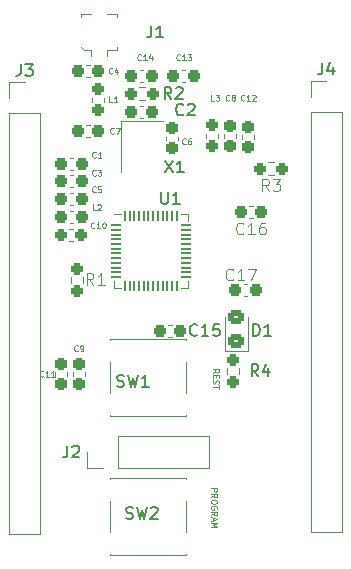
<source format=gto>
%TF.GenerationSoftware,KiCad,Pcbnew,(6.0.4)*%
%TF.CreationDate,2022-06-13T20:09:27+02:00*%
%TF.ProjectId,Stamp,5374616d-702e-46b6-9963-61645f706362,rev?*%
%TF.SameCoordinates,Original*%
%TF.FileFunction,Legend,Top*%
%TF.FilePolarity,Positive*%
%FSLAX46Y46*%
G04 Gerber Fmt 4.6, Leading zero omitted, Abs format (unit mm)*
G04 Created by KiCad (PCBNEW (6.0.4)) date 2022-06-13 20:09:27*
%MOMM*%
%LPD*%
G01*
G04 APERTURE LIST*
G04 Aperture macros list*
%AMRoundRect*
0 Rectangle with rounded corners*
0 $1 Rounding radius*
0 $2 $3 $4 $5 $6 $7 $8 $9 X,Y pos of 4 corners*
0 Add a 4 corners polygon primitive as box body*
4,1,4,$2,$3,$4,$5,$6,$7,$8,$9,$2,$3,0*
0 Add four circle primitives for the rounded corners*
1,1,$1+$1,$2,$3*
1,1,$1+$1,$4,$5*
1,1,$1+$1,$6,$7*
1,1,$1+$1,$8,$9*
0 Add four rect primitives between the rounded corners*
20,1,$1+$1,$2,$3,$4,$5,0*
20,1,$1+$1,$4,$5,$6,$7,0*
20,1,$1+$1,$6,$7,$8,$9,0*
20,1,$1+$1,$8,$9,$2,$3,0*%
G04 Aperture macros list end*
%ADD10C,0.125000*%
%ADD11C,0.150000*%
%ADD12C,0.120000*%
%ADD13RoundRect,0.237500X0.237500X-0.250000X0.237500X0.250000X-0.237500X0.250000X-0.237500X-0.250000X0*%
%ADD14RoundRect,0.237500X0.300000X0.237500X-0.300000X0.237500X-0.300000X-0.237500X0.300000X-0.237500X0*%
%ADD15RoundRect,0.237500X0.237500X-0.300000X0.237500X0.300000X-0.237500X0.300000X-0.237500X-0.300000X0*%
%ADD16R,1.550000X1.300000*%
%ADD17R,1.700000X1.700000*%
%ADD18O,1.700000X1.700000*%
%ADD19RoundRect,0.237500X-0.237500X0.250000X-0.237500X-0.250000X0.237500X-0.250000X0.237500X0.250000X0*%
%ADD20RoundRect,0.237500X0.250000X0.237500X-0.250000X0.237500X-0.250000X-0.237500X0.250000X-0.237500X0*%
%ADD21RoundRect,0.237500X-0.300000X-0.237500X0.300000X-0.237500X0.300000X0.237500X-0.300000X0.237500X0*%
%ADD22RoundRect,0.237500X-0.287500X-0.237500X0.287500X-0.237500X0.287500X0.237500X-0.287500X0.237500X0*%
%ADD23RoundRect,0.250000X0.450000X-0.325000X0.450000X0.325000X-0.450000X0.325000X-0.450000X-0.325000X0*%
%ADD24RoundRect,0.237500X-0.237500X0.300000X-0.237500X-0.300000X0.237500X-0.300000X0.237500X0.300000X0*%
%ADD25R,1.000000X1.000000*%
%ADD26R,1.050000X2.200000*%
%ADD27R,1.350000X1.650000*%
%ADD28RoundRect,0.237500X-0.237500X0.287500X-0.237500X-0.287500X0.237500X-0.287500X0.237500X0.287500X0*%
%ADD29RoundRect,0.050000X-0.375000X-0.050000X0.375000X-0.050000X0.375000X0.050000X-0.375000X0.050000X0*%
%ADD30RoundRect,0.050000X-0.050000X-0.375000X0.050000X-0.375000X0.050000X0.375000X-0.050000X0.375000X0*%
%ADD31R,4.200000X4.200000*%
G04 APERTURE END LIST*
D10*
X98325809Y-124976000D02*
X98563904Y-124809333D01*
X98325809Y-124690285D02*
X98825809Y-124690285D01*
X98825809Y-124880761D01*
X98802000Y-124928380D01*
X98778190Y-124952190D01*
X98730571Y-124976000D01*
X98659142Y-124976000D01*
X98611523Y-124952190D01*
X98587714Y-124928380D01*
X98563904Y-124880761D01*
X98563904Y-124690285D01*
X98587714Y-125190285D02*
X98587714Y-125356952D01*
X98325809Y-125428380D02*
X98325809Y-125190285D01*
X98825809Y-125190285D01*
X98825809Y-125428380D01*
X98349619Y-125618857D02*
X98325809Y-125690285D01*
X98325809Y-125809333D01*
X98349619Y-125856952D01*
X98373428Y-125880761D01*
X98421047Y-125904571D01*
X98468666Y-125904571D01*
X98516285Y-125880761D01*
X98540095Y-125856952D01*
X98563904Y-125809333D01*
X98587714Y-125714095D01*
X98611523Y-125666476D01*
X98635333Y-125642666D01*
X98682952Y-125618857D01*
X98730571Y-125618857D01*
X98778190Y-125642666D01*
X98802000Y-125666476D01*
X98825809Y-125714095D01*
X98825809Y-125833142D01*
X98802000Y-125904571D01*
X98825809Y-126047428D02*
X98825809Y-126333142D01*
X98325809Y-126190285D02*
X98825809Y-126190285D01*
X98198809Y-134755142D02*
X98698809Y-134755142D01*
X98698809Y-134945619D01*
X98675000Y-134993238D01*
X98651190Y-135017047D01*
X98603571Y-135040857D01*
X98532142Y-135040857D01*
X98484523Y-135017047D01*
X98460714Y-134993238D01*
X98436904Y-134945619D01*
X98436904Y-134755142D01*
X98198809Y-135540857D02*
X98436904Y-135374190D01*
X98198809Y-135255142D02*
X98698809Y-135255142D01*
X98698809Y-135445619D01*
X98675000Y-135493238D01*
X98651190Y-135517047D01*
X98603571Y-135540857D01*
X98532142Y-135540857D01*
X98484523Y-135517047D01*
X98460714Y-135493238D01*
X98436904Y-135445619D01*
X98436904Y-135255142D01*
X98698809Y-135850380D02*
X98698809Y-135945619D01*
X98675000Y-135993238D01*
X98627380Y-136040857D01*
X98532142Y-136064666D01*
X98365476Y-136064666D01*
X98270238Y-136040857D01*
X98222619Y-135993238D01*
X98198809Y-135945619D01*
X98198809Y-135850380D01*
X98222619Y-135802761D01*
X98270238Y-135755142D01*
X98365476Y-135731333D01*
X98532142Y-135731333D01*
X98627380Y-135755142D01*
X98675000Y-135802761D01*
X98698809Y-135850380D01*
X98675000Y-136540857D02*
X98698809Y-136493238D01*
X98698809Y-136421809D01*
X98675000Y-136350380D01*
X98627380Y-136302761D01*
X98579761Y-136278952D01*
X98484523Y-136255142D01*
X98413095Y-136255142D01*
X98317857Y-136278952D01*
X98270238Y-136302761D01*
X98222619Y-136350380D01*
X98198809Y-136421809D01*
X98198809Y-136469428D01*
X98222619Y-136540857D01*
X98246428Y-136564666D01*
X98413095Y-136564666D01*
X98413095Y-136469428D01*
X98198809Y-137064666D02*
X98436904Y-136898000D01*
X98198809Y-136778952D02*
X98698809Y-136778952D01*
X98698809Y-136969428D01*
X98675000Y-137017047D01*
X98651190Y-137040857D01*
X98603571Y-137064666D01*
X98532142Y-137064666D01*
X98484523Y-137040857D01*
X98460714Y-137017047D01*
X98436904Y-136969428D01*
X98436904Y-136778952D01*
X98341666Y-137255142D02*
X98341666Y-137493238D01*
X98198809Y-137207523D02*
X98698809Y-137374190D01*
X98198809Y-137540857D01*
X98198809Y-137707523D02*
X98698809Y-137707523D01*
X98341666Y-137874190D01*
X98698809Y-138040857D01*
X98198809Y-138040857D01*
D11*
%TO.C,R4*%
X102195333Y-125269880D02*
X101862000Y-124793690D01*
X101623904Y-125269880D02*
X101623904Y-124269880D01*
X102004857Y-124269880D01*
X102100095Y-124317500D01*
X102147714Y-124365119D01*
X102195333Y-124460357D01*
X102195333Y-124603214D01*
X102147714Y-124698452D01*
X102100095Y-124746071D01*
X102004857Y-124793690D01*
X101623904Y-124793690D01*
X103052476Y-124603214D02*
X103052476Y-125269880D01*
X102814380Y-124222261D02*
X102576285Y-124936547D01*
X103195333Y-124936547D01*
D10*
%TO.C,C1*%
X88435666Y-106731571D02*
X88411857Y-106755380D01*
X88340428Y-106779190D01*
X88292809Y-106779190D01*
X88221380Y-106755380D01*
X88173761Y-106707761D01*
X88149952Y-106660142D01*
X88126142Y-106564904D01*
X88126142Y-106493476D01*
X88149952Y-106398238D01*
X88173761Y-106350619D01*
X88221380Y-106303000D01*
X88292809Y-106279190D01*
X88340428Y-106279190D01*
X88411857Y-106303000D01*
X88435666Y-106326809D01*
X88911857Y-106779190D02*
X88626142Y-106779190D01*
X88769000Y-106779190D02*
X88769000Y-106279190D01*
X88721380Y-106350619D01*
X88673761Y-106398238D01*
X88626142Y-106422047D01*
%TO.C,C9*%
X86911666Y-123114571D02*
X86887857Y-123138380D01*
X86816428Y-123162190D01*
X86768809Y-123162190D01*
X86697380Y-123138380D01*
X86649761Y-123090761D01*
X86625952Y-123043142D01*
X86602142Y-122947904D01*
X86602142Y-122876476D01*
X86625952Y-122781238D01*
X86649761Y-122733619D01*
X86697380Y-122686000D01*
X86768809Y-122662190D01*
X86816428Y-122662190D01*
X86887857Y-122686000D01*
X86911666Y-122709809D01*
X87149761Y-123162190D02*
X87245000Y-123162190D01*
X87292619Y-123138380D01*
X87316428Y-123114571D01*
X87364047Y-123043142D01*
X87387857Y-122947904D01*
X87387857Y-122757428D01*
X87364047Y-122709809D01*
X87340238Y-122686000D01*
X87292619Y-122662190D01*
X87197380Y-122662190D01*
X87149761Y-122686000D01*
X87125952Y-122709809D01*
X87102142Y-122757428D01*
X87102142Y-122876476D01*
X87125952Y-122924095D01*
X87149761Y-122947904D01*
X87197380Y-122971714D01*
X87292619Y-122971714D01*
X87340238Y-122947904D01*
X87364047Y-122924095D01*
X87387857Y-122876476D01*
D11*
%TO.C,SW1*%
X90233666Y-126134761D02*
X90376523Y-126182380D01*
X90614619Y-126182380D01*
X90709857Y-126134761D01*
X90757476Y-126087142D01*
X90805095Y-125991904D01*
X90805095Y-125896666D01*
X90757476Y-125801428D01*
X90709857Y-125753809D01*
X90614619Y-125706190D01*
X90424142Y-125658571D01*
X90328904Y-125610952D01*
X90281285Y-125563333D01*
X90233666Y-125468095D01*
X90233666Y-125372857D01*
X90281285Y-125277619D01*
X90328904Y-125230000D01*
X90424142Y-125182380D01*
X90662238Y-125182380D01*
X90805095Y-125230000D01*
X91138428Y-125182380D02*
X91376523Y-126182380D01*
X91567000Y-125468095D01*
X91757476Y-126182380D01*
X91995571Y-125182380D01*
X92900333Y-126182380D02*
X92328904Y-126182380D01*
X92614619Y-126182380D02*
X92614619Y-125182380D01*
X92519380Y-125325238D01*
X92424142Y-125420476D01*
X92328904Y-125468095D01*
%TO.C,J4*%
X107616666Y-98727380D02*
X107616666Y-99441666D01*
X107569047Y-99584523D01*
X107473809Y-99679761D01*
X107330952Y-99727380D01*
X107235714Y-99727380D01*
X108521428Y-99060714D02*
X108521428Y-99727380D01*
X108283333Y-98679761D02*
X108045238Y-99394047D01*
X108664285Y-99394047D01*
%TO.C,SW2*%
X90995666Y-137310761D02*
X91138523Y-137358380D01*
X91376619Y-137358380D01*
X91471857Y-137310761D01*
X91519476Y-137263142D01*
X91567095Y-137167904D01*
X91567095Y-137072666D01*
X91519476Y-136977428D01*
X91471857Y-136929809D01*
X91376619Y-136882190D01*
X91186142Y-136834571D01*
X91090904Y-136786952D01*
X91043285Y-136739333D01*
X90995666Y-136644095D01*
X90995666Y-136548857D01*
X91043285Y-136453619D01*
X91090904Y-136406000D01*
X91186142Y-136358380D01*
X91424238Y-136358380D01*
X91567095Y-136406000D01*
X91900428Y-136358380D02*
X92138523Y-137358380D01*
X92329000Y-136644095D01*
X92519476Y-137358380D01*
X92757571Y-136358380D01*
X93090904Y-136453619D02*
X93138523Y-136406000D01*
X93233761Y-136358380D01*
X93471857Y-136358380D01*
X93567095Y-136406000D01*
X93614714Y-136453619D01*
X93662333Y-136548857D01*
X93662333Y-136644095D01*
X93614714Y-136786952D01*
X93043285Y-137358380D01*
X93662333Y-137358380D01*
D10*
%TO.C,R1*%
X88225333Y-117546380D02*
X87892000Y-117070190D01*
X87653904Y-117546380D02*
X87653904Y-116546380D01*
X88034857Y-116546380D01*
X88130095Y-116594000D01*
X88177714Y-116641619D01*
X88225333Y-116736857D01*
X88225333Y-116879714D01*
X88177714Y-116974952D01*
X88130095Y-117022571D01*
X88034857Y-117070190D01*
X87653904Y-117070190D01*
X89177714Y-117546380D02*
X88606285Y-117546380D01*
X88892000Y-117546380D02*
X88892000Y-116546380D01*
X88796761Y-116689238D01*
X88701523Y-116784476D01*
X88606285Y-116832095D01*
%TO.C,R3*%
X103084333Y-109578380D02*
X102751000Y-109102190D01*
X102512904Y-109578380D02*
X102512904Y-108578380D01*
X102893857Y-108578380D01*
X102989095Y-108626000D01*
X103036714Y-108673619D01*
X103084333Y-108768857D01*
X103084333Y-108911714D01*
X103036714Y-109006952D01*
X102989095Y-109054571D01*
X102893857Y-109102190D01*
X102512904Y-109102190D01*
X103417666Y-108578380D02*
X104036714Y-108578380D01*
X103703380Y-108959333D01*
X103846238Y-108959333D01*
X103941476Y-109006952D01*
X103989095Y-109054571D01*
X104036714Y-109149809D01*
X104036714Y-109387904D01*
X103989095Y-109483142D01*
X103941476Y-109530761D01*
X103846238Y-109578380D01*
X103560523Y-109578380D01*
X103465285Y-109530761D01*
X103417666Y-109483142D01*
%TO.C,C7*%
X89959666Y-104699571D02*
X89935857Y-104723380D01*
X89864428Y-104747190D01*
X89816809Y-104747190D01*
X89745380Y-104723380D01*
X89697761Y-104675761D01*
X89673952Y-104628142D01*
X89650142Y-104532904D01*
X89650142Y-104461476D01*
X89673952Y-104366238D01*
X89697761Y-104318619D01*
X89745380Y-104271000D01*
X89816809Y-104247190D01*
X89864428Y-104247190D01*
X89935857Y-104271000D01*
X89959666Y-104294809D01*
X90126333Y-104247190D02*
X90459666Y-104247190D01*
X90245380Y-104747190D01*
%TO.C,C5*%
X88435666Y-109652571D02*
X88411857Y-109676380D01*
X88340428Y-109700190D01*
X88292809Y-109700190D01*
X88221380Y-109676380D01*
X88173761Y-109628761D01*
X88149952Y-109581142D01*
X88126142Y-109485904D01*
X88126142Y-109414476D01*
X88149952Y-109319238D01*
X88173761Y-109271619D01*
X88221380Y-109224000D01*
X88292809Y-109200190D01*
X88340428Y-109200190D01*
X88411857Y-109224000D01*
X88435666Y-109247809D01*
X88888047Y-109200190D02*
X88649952Y-109200190D01*
X88626142Y-109438285D01*
X88649952Y-109414476D01*
X88697571Y-109390666D01*
X88816619Y-109390666D01*
X88864238Y-109414476D01*
X88888047Y-109438285D01*
X88911857Y-109485904D01*
X88911857Y-109604952D01*
X88888047Y-109652571D01*
X88864238Y-109676380D01*
X88816619Y-109700190D01*
X88697571Y-109700190D01*
X88649952Y-109676380D01*
X88626142Y-109652571D01*
D11*
%TO.C,C15*%
X97020142Y-121769142D02*
X96972523Y-121816761D01*
X96829666Y-121864380D01*
X96734428Y-121864380D01*
X96591571Y-121816761D01*
X96496333Y-121721523D01*
X96448714Y-121626285D01*
X96401095Y-121435809D01*
X96401095Y-121292952D01*
X96448714Y-121102476D01*
X96496333Y-121007238D01*
X96591571Y-120912000D01*
X96734428Y-120864380D01*
X96829666Y-120864380D01*
X96972523Y-120912000D01*
X97020142Y-120959619D01*
X97972523Y-121864380D02*
X97401095Y-121864380D01*
X97686809Y-121864380D02*
X97686809Y-120864380D01*
X97591571Y-121007238D01*
X97496333Y-121102476D01*
X97401095Y-121150095D01*
X98877285Y-120864380D02*
X98401095Y-120864380D01*
X98353476Y-121340571D01*
X98401095Y-121292952D01*
X98496333Y-121245333D01*
X98734428Y-121245333D01*
X98829666Y-121292952D01*
X98877285Y-121340571D01*
X98924904Y-121435809D01*
X98924904Y-121673904D01*
X98877285Y-121769142D01*
X98829666Y-121816761D01*
X98734428Y-121864380D01*
X98496333Y-121864380D01*
X98401095Y-121816761D01*
X98353476Y-121769142D01*
D10*
%TO.C,C4*%
X89832666Y-99619571D02*
X89808857Y-99643380D01*
X89737428Y-99667190D01*
X89689809Y-99667190D01*
X89618380Y-99643380D01*
X89570761Y-99595761D01*
X89546952Y-99548142D01*
X89523142Y-99452904D01*
X89523142Y-99381476D01*
X89546952Y-99286238D01*
X89570761Y-99238619D01*
X89618380Y-99191000D01*
X89689809Y-99167190D01*
X89737428Y-99167190D01*
X89808857Y-99191000D01*
X89832666Y-99214809D01*
X90261238Y-99333857D02*
X90261238Y-99667190D01*
X90142190Y-99143380D02*
X90023142Y-99500523D01*
X90332666Y-99500523D01*
%TO.C,L2*%
X88435666Y-111224190D02*
X88197571Y-111224190D01*
X88197571Y-110724190D01*
X88578523Y-110771809D02*
X88602333Y-110748000D01*
X88649952Y-110724190D01*
X88769000Y-110724190D01*
X88816619Y-110748000D01*
X88840428Y-110771809D01*
X88864238Y-110819428D01*
X88864238Y-110867047D01*
X88840428Y-110938476D01*
X88554714Y-111224190D01*
X88864238Y-111224190D01*
D11*
%TO.C,J2*%
X86026666Y-131151380D02*
X86026666Y-131865666D01*
X85979047Y-132008523D01*
X85883809Y-132103761D01*
X85740952Y-132151380D01*
X85645714Y-132151380D01*
X86455238Y-131246619D02*
X86502857Y-131199000D01*
X86598095Y-131151380D01*
X86836190Y-131151380D01*
X86931428Y-131199000D01*
X86979047Y-131246619D01*
X87026666Y-131341857D01*
X87026666Y-131437095D01*
X86979047Y-131579952D01*
X86407619Y-132151380D01*
X87026666Y-132151380D01*
%TO.C,D1*%
X101750904Y-121864380D02*
X101750904Y-120864380D01*
X101989000Y-120864380D01*
X102131857Y-120912000D01*
X102227095Y-121007238D01*
X102274714Y-121102476D01*
X102322333Y-121292952D01*
X102322333Y-121435809D01*
X102274714Y-121626285D01*
X102227095Y-121721523D01*
X102131857Y-121816761D01*
X101989000Y-121864380D01*
X101750904Y-121864380D01*
X103274714Y-121864380D02*
X102703285Y-121864380D01*
X102989000Y-121864380D02*
X102989000Y-120864380D01*
X102893761Y-121007238D01*
X102798523Y-121102476D01*
X102703285Y-121150095D01*
D10*
%TO.C,C6*%
X96055666Y-105588571D02*
X96031857Y-105612380D01*
X95960428Y-105636190D01*
X95912809Y-105636190D01*
X95841380Y-105612380D01*
X95793761Y-105564761D01*
X95769952Y-105517142D01*
X95746142Y-105421904D01*
X95746142Y-105350476D01*
X95769952Y-105255238D01*
X95793761Y-105207619D01*
X95841380Y-105160000D01*
X95912809Y-105136190D01*
X95960428Y-105136190D01*
X96031857Y-105160000D01*
X96055666Y-105183809D01*
X96484238Y-105136190D02*
X96389000Y-105136190D01*
X96341380Y-105160000D01*
X96317571Y-105183809D01*
X96269952Y-105255238D01*
X96246142Y-105350476D01*
X96246142Y-105540952D01*
X96269952Y-105588571D01*
X96293761Y-105612380D01*
X96341380Y-105636190D01*
X96436619Y-105636190D01*
X96484238Y-105612380D01*
X96508047Y-105588571D01*
X96531857Y-105540952D01*
X96531857Y-105421904D01*
X96508047Y-105374285D01*
X96484238Y-105350476D01*
X96436619Y-105326666D01*
X96341380Y-105326666D01*
X96293761Y-105350476D01*
X96269952Y-105374285D01*
X96246142Y-105421904D01*
%TO.C,C3*%
X88435666Y-108255571D02*
X88411857Y-108279380D01*
X88340428Y-108303190D01*
X88292809Y-108303190D01*
X88221380Y-108279380D01*
X88173761Y-108231761D01*
X88149952Y-108184142D01*
X88126142Y-108088904D01*
X88126142Y-108017476D01*
X88149952Y-107922238D01*
X88173761Y-107874619D01*
X88221380Y-107827000D01*
X88292809Y-107803190D01*
X88340428Y-107803190D01*
X88411857Y-107827000D01*
X88435666Y-107850809D01*
X88602333Y-107803190D02*
X88911857Y-107803190D01*
X88745190Y-107993666D01*
X88816619Y-107993666D01*
X88864238Y-108017476D01*
X88888047Y-108041285D01*
X88911857Y-108088904D01*
X88911857Y-108207952D01*
X88888047Y-108255571D01*
X88864238Y-108279380D01*
X88816619Y-108303190D01*
X88673761Y-108303190D01*
X88626142Y-108279380D01*
X88602333Y-108255571D01*
%TO.C,C11*%
X84006571Y-125273571D02*
X83982761Y-125297380D01*
X83911333Y-125321190D01*
X83863714Y-125321190D01*
X83792285Y-125297380D01*
X83744666Y-125249761D01*
X83720857Y-125202142D01*
X83697047Y-125106904D01*
X83697047Y-125035476D01*
X83720857Y-124940238D01*
X83744666Y-124892619D01*
X83792285Y-124845000D01*
X83863714Y-124821190D01*
X83911333Y-124821190D01*
X83982761Y-124845000D01*
X84006571Y-124868809D01*
X84482761Y-125321190D02*
X84197047Y-125321190D01*
X84339904Y-125321190D02*
X84339904Y-124821190D01*
X84292285Y-124892619D01*
X84244666Y-124940238D01*
X84197047Y-124964047D01*
X84958952Y-125321190D02*
X84673238Y-125321190D01*
X84816095Y-125321190D02*
X84816095Y-124821190D01*
X84768476Y-124892619D01*
X84720857Y-124940238D01*
X84673238Y-124964047D01*
%TO.C,C17*%
X100068142Y-117070142D02*
X100020523Y-117117761D01*
X99877666Y-117165380D01*
X99782428Y-117165380D01*
X99639571Y-117117761D01*
X99544333Y-117022523D01*
X99496714Y-116927285D01*
X99449095Y-116736809D01*
X99449095Y-116593952D01*
X99496714Y-116403476D01*
X99544333Y-116308238D01*
X99639571Y-116213000D01*
X99782428Y-116165380D01*
X99877666Y-116165380D01*
X100020523Y-116213000D01*
X100068142Y-116260619D01*
X101020523Y-117165380D02*
X100449095Y-117165380D01*
X100734809Y-117165380D02*
X100734809Y-116165380D01*
X100639571Y-116308238D01*
X100544333Y-116403476D01*
X100449095Y-116451095D01*
X101353857Y-116165380D02*
X102020523Y-116165380D01*
X101591952Y-117165380D01*
%TO.C,C8*%
X99738666Y-101905571D02*
X99714857Y-101929380D01*
X99643428Y-101953190D01*
X99595809Y-101953190D01*
X99524380Y-101929380D01*
X99476761Y-101881761D01*
X99452952Y-101834142D01*
X99429142Y-101738904D01*
X99429142Y-101667476D01*
X99452952Y-101572238D01*
X99476761Y-101524619D01*
X99524380Y-101477000D01*
X99595809Y-101453190D01*
X99643428Y-101453190D01*
X99714857Y-101477000D01*
X99738666Y-101500809D01*
X100024380Y-101667476D02*
X99976761Y-101643666D01*
X99952952Y-101619857D01*
X99929142Y-101572238D01*
X99929142Y-101548428D01*
X99952952Y-101500809D01*
X99976761Y-101477000D01*
X100024380Y-101453190D01*
X100119619Y-101453190D01*
X100167238Y-101477000D01*
X100191047Y-101500809D01*
X100214857Y-101548428D01*
X100214857Y-101572238D01*
X100191047Y-101619857D01*
X100167238Y-101643666D01*
X100119619Y-101667476D01*
X100024380Y-101667476D01*
X99976761Y-101691285D01*
X99952952Y-101715095D01*
X99929142Y-101762714D01*
X99929142Y-101857952D01*
X99952952Y-101905571D01*
X99976761Y-101929380D01*
X100024380Y-101953190D01*
X100119619Y-101953190D01*
X100167238Y-101929380D01*
X100191047Y-101905571D01*
X100214857Y-101857952D01*
X100214857Y-101762714D01*
X100191047Y-101715095D01*
X100167238Y-101691285D01*
X100119619Y-101667476D01*
D11*
%TO.C,J1*%
X93138666Y-95591380D02*
X93138666Y-96305666D01*
X93091047Y-96448523D01*
X92995809Y-96543761D01*
X92852952Y-96591380D01*
X92757714Y-96591380D01*
X94138666Y-96591380D02*
X93567238Y-96591380D01*
X93852952Y-96591380D02*
X93852952Y-95591380D01*
X93757714Y-95734238D01*
X93662476Y-95829476D01*
X93567238Y-95877095D01*
%TO.C,R2*%
X94829333Y-101798380D02*
X94496000Y-101322190D01*
X94257904Y-101798380D02*
X94257904Y-100798380D01*
X94638857Y-100798380D01*
X94734095Y-100846000D01*
X94781714Y-100893619D01*
X94829333Y-100988857D01*
X94829333Y-101131714D01*
X94781714Y-101226952D01*
X94734095Y-101274571D01*
X94638857Y-101322190D01*
X94257904Y-101322190D01*
X95210285Y-100893619D02*
X95257904Y-100846000D01*
X95353142Y-100798380D01*
X95591238Y-100798380D01*
X95686476Y-100846000D01*
X95734095Y-100893619D01*
X95781714Y-100988857D01*
X95781714Y-101084095D01*
X95734095Y-101226952D01*
X95162666Y-101798380D01*
X95781714Y-101798380D01*
%TO.C,X1*%
X94313476Y-107021380D02*
X94980142Y-108021380D01*
X94980142Y-107021380D02*
X94313476Y-108021380D01*
X95884904Y-108021380D02*
X95313476Y-108021380D01*
X95599190Y-108021380D02*
X95599190Y-107021380D01*
X95503952Y-107164238D01*
X95408714Y-107259476D01*
X95313476Y-107307095D01*
D10*
%TO.C,C13*%
X95563571Y-98476571D02*
X95539761Y-98500380D01*
X95468333Y-98524190D01*
X95420714Y-98524190D01*
X95349285Y-98500380D01*
X95301666Y-98452761D01*
X95277857Y-98405142D01*
X95254047Y-98309904D01*
X95254047Y-98238476D01*
X95277857Y-98143238D01*
X95301666Y-98095619D01*
X95349285Y-98048000D01*
X95420714Y-98024190D01*
X95468333Y-98024190D01*
X95539761Y-98048000D01*
X95563571Y-98071809D01*
X96039761Y-98524190D02*
X95754047Y-98524190D01*
X95896904Y-98524190D02*
X95896904Y-98024190D01*
X95849285Y-98095619D01*
X95801666Y-98143238D01*
X95754047Y-98167047D01*
X96206428Y-98024190D02*
X96515952Y-98024190D01*
X96349285Y-98214666D01*
X96420714Y-98214666D01*
X96468333Y-98238476D01*
X96492142Y-98262285D01*
X96515952Y-98309904D01*
X96515952Y-98428952D01*
X96492142Y-98476571D01*
X96468333Y-98500380D01*
X96420714Y-98524190D01*
X96277857Y-98524190D01*
X96230238Y-98500380D01*
X96206428Y-98476571D01*
%TO.C,C16*%
X100930642Y-113166142D02*
X100883023Y-113213761D01*
X100740166Y-113261380D01*
X100644928Y-113261380D01*
X100502071Y-113213761D01*
X100406833Y-113118523D01*
X100359214Y-113023285D01*
X100311595Y-112832809D01*
X100311595Y-112689952D01*
X100359214Y-112499476D01*
X100406833Y-112404238D01*
X100502071Y-112309000D01*
X100644928Y-112261380D01*
X100740166Y-112261380D01*
X100883023Y-112309000D01*
X100930642Y-112356619D01*
X101883023Y-113261380D02*
X101311595Y-113261380D01*
X101597309Y-113261380D02*
X101597309Y-112261380D01*
X101502071Y-112404238D01*
X101406833Y-112499476D01*
X101311595Y-112547095D01*
X102740166Y-112261380D02*
X102549690Y-112261380D01*
X102454452Y-112309000D01*
X102406833Y-112356619D01*
X102311595Y-112499476D01*
X102263976Y-112689952D01*
X102263976Y-113070904D01*
X102311595Y-113166142D01*
X102359214Y-113213761D01*
X102454452Y-113261380D01*
X102644928Y-113261380D01*
X102740166Y-113213761D01*
X102787785Y-113166142D01*
X102835404Y-113070904D01*
X102835404Y-112832809D01*
X102787785Y-112737571D01*
X102740166Y-112689952D01*
X102644928Y-112642333D01*
X102454452Y-112642333D01*
X102359214Y-112689952D01*
X102311595Y-112737571D01*
X102263976Y-112832809D01*
%TO.C,L3*%
X98468666Y-101953190D02*
X98230571Y-101953190D01*
X98230571Y-101453190D01*
X98587714Y-101453190D02*
X98897238Y-101453190D01*
X98730571Y-101643666D01*
X98802000Y-101643666D01*
X98849619Y-101667476D01*
X98873428Y-101691285D01*
X98897238Y-101738904D01*
X98897238Y-101857952D01*
X98873428Y-101905571D01*
X98849619Y-101929380D01*
X98802000Y-101953190D01*
X98659142Y-101953190D01*
X98611523Y-101929380D01*
X98587714Y-101905571D01*
%TO.C,C12*%
X101024571Y-101905571D02*
X101000761Y-101929380D01*
X100929333Y-101953190D01*
X100881714Y-101953190D01*
X100810285Y-101929380D01*
X100762666Y-101881761D01*
X100738857Y-101834142D01*
X100715047Y-101738904D01*
X100715047Y-101667476D01*
X100738857Y-101572238D01*
X100762666Y-101524619D01*
X100810285Y-101477000D01*
X100881714Y-101453190D01*
X100929333Y-101453190D01*
X101000761Y-101477000D01*
X101024571Y-101500809D01*
X101500761Y-101953190D02*
X101215047Y-101953190D01*
X101357904Y-101953190D02*
X101357904Y-101453190D01*
X101310285Y-101524619D01*
X101262666Y-101572238D01*
X101215047Y-101596047D01*
X101691238Y-101500809D02*
X101715047Y-101477000D01*
X101762666Y-101453190D01*
X101881714Y-101453190D01*
X101929333Y-101477000D01*
X101953142Y-101500809D01*
X101976952Y-101548428D01*
X101976952Y-101596047D01*
X101953142Y-101667476D01*
X101667428Y-101953190D01*
X101976952Y-101953190D01*
D11*
%TO.C,J3*%
X82089666Y-98849380D02*
X82089666Y-99563666D01*
X82042047Y-99706523D01*
X81946809Y-99801761D01*
X81803952Y-99849380D01*
X81708714Y-99849380D01*
X82470619Y-98849380D02*
X83089666Y-98849380D01*
X82756333Y-99230333D01*
X82899190Y-99230333D01*
X82994428Y-99277952D01*
X83042047Y-99325571D01*
X83089666Y-99420809D01*
X83089666Y-99658904D01*
X83042047Y-99754142D01*
X82994428Y-99801761D01*
X82899190Y-99849380D01*
X82613476Y-99849380D01*
X82518238Y-99801761D01*
X82470619Y-99754142D01*
%TO.C,U1*%
X93980095Y-109688380D02*
X93980095Y-110497904D01*
X94027714Y-110593142D01*
X94075333Y-110640761D01*
X94170571Y-110688380D01*
X94361047Y-110688380D01*
X94456285Y-110640761D01*
X94503904Y-110593142D01*
X94551523Y-110497904D01*
X94551523Y-109688380D01*
X95551523Y-110688380D02*
X94980095Y-110688380D01*
X95265809Y-110688380D02*
X95265809Y-109688380D01*
X95170571Y-109831238D01*
X95075333Y-109926476D01*
X94980095Y-109974095D01*
D10*
%TO.C,C10*%
X88324571Y-112700571D02*
X88300761Y-112724380D01*
X88229333Y-112748190D01*
X88181714Y-112748190D01*
X88110285Y-112724380D01*
X88062666Y-112676761D01*
X88038857Y-112629142D01*
X88015047Y-112533904D01*
X88015047Y-112462476D01*
X88038857Y-112367238D01*
X88062666Y-112319619D01*
X88110285Y-112272000D01*
X88181714Y-112248190D01*
X88229333Y-112248190D01*
X88300761Y-112272000D01*
X88324571Y-112295809D01*
X88800761Y-112748190D02*
X88515047Y-112748190D01*
X88657904Y-112748190D02*
X88657904Y-112248190D01*
X88610285Y-112319619D01*
X88562666Y-112367238D01*
X88515047Y-112391047D01*
X89110285Y-112248190D02*
X89157904Y-112248190D01*
X89205523Y-112272000D01*
X89229333Y-112295809D01*
X89253142Y-112343428D01*
X89276952Y-112438666D01*
X89276952Y-112557714D01*
X89253142Y-112652952D01*
X89229333Y-112700571D01*
X89205523Y-112724380D01*
X89157904Y-112748190D01*
X89110285Y-112748190D01*
X89062666Y-112724380D01*
X89038857Y-112700571D01*
X89015047Y-112652952D01*
X88991238Y-112557714D01*
X88991238Y-112438666D01*
X89015047Y-112343428D01*
X89038857Y-112295809D01*
X89062666Y-112272000D01*
X89110285Y-112248190D01*
%TO.C,C14*%
X92261571Y-98476571D02*
X92237761Y-98500380D01*
X92166333Y-98524190D01*
X92118714Y-98524190D01*
X92047285Y-98500380D01*
X91999666Y-98452761D01*
X91975857Y-98405142D01*
X91952047Y-98309904D01*
X91952047Y-98238476D01*
X91975857Y-98143238D01*
X91999666Y-98095619D01*
X92047285Y-98048000D01*
X92118714Y-98024190D01*
X92166333Y-98024190D01*
X92237761Y-98048000D01*
X92261571Y-98071809D01*
X92737761Y-98524190D02*
X92452047Y-98524190D01*
X92594904Y-98524190D02*
X92594904Y-98024190D01*
X92547285Y-98095619D01*
X92499666Y-98143238D01*
X92452047Y-98167047D01*
X93166333Y-98190857D02*
X93166333Y-98524190D01*
X93047285Y-98000380D02*
X92928238Y-98357523D01*
X93237761Y-98357523D01*
%TO.C,L1*%
X89832666Y-102080190D02*
X89594571Y-102080190D01*
X89594571Y-101580190D01*
X90261238Y-102080190D02*
X89975523Y-102080190D01*
X90118380Y-102080190D02*
X90118380Y-101580190D01*
X90070761Y-101651619D01*
X90023142Y-101699238D01*
X89975523Y-101723047D01*
D11*
%TO.C,C2*%
X95845333Y-103100142D02*
X95797714Y-103147761D01*
X95654857Y-103195380D01*
X95559619Y-103195380D01*
X95416761Y-103147761D01*
X95321523Y-103052523D01*
X95273904Y-102957285D01*
X95226285Y-102766809D01*
X95226285Y-102623952D01*
X95273904Y-102433476D01*
X95321523Y-102338238D01*
X95416761Y-102243000D01*
X95559619Y-102195380D01*
X95654857Y-102195380D01*
X95797714Y-102243000D01*
X95845333Y-102290619D01*
X96226285Y-102290619D02*
X96273904Y-102243000D01*
X96369142Y-102195380D01*
X96607238Y-102195380D01*
X96702476Y-102243000D01*
X96750095Y-102290619D01*
X96797714Y-102385857D01*
X96797714Y-102481095D01*
X96750095Y-102623952D01*
X96178666Y-103195380D01*
X96797714Y-103195380D01*
D12*
%TO.C,R4*%
X99553500Y-125072224D02*
X99553500Y-124562776D01*
X100598500Y-125072224D02*
X100598500Y-124562776D01*
%TO.C,C1*%
X86518767Y-106805000D02*
X86226233Y-106805000D01*
X86518767Y-107825000D02*
X86226233Y-107825000D01*
%TO.C,C9*%
X86485000Y-125214767D02*
X86485000Y-124922233D01*
X87505000Y-125214767D02*
X87505000Y-124922233D01*
%TO.C,SW1*%
X96105000Y-128615000D02*
X89645000Y-128615000D01*
X96105000Y-126685000D02*
X96105000Y-124085000D01*
X89645000Y-126685000D02*
X89645000Y-124085000D01*
X89645000Y-128615000D02*
X89645000Y-128585000D01*
X96105000Y-122155000D02*
X89645000Y-122155000D01*
X96105000Y-122155000D02*
X96105000Y-122185000D01*
X89645000Y-122155000D02*
X89645000Y-122185000D01*
X96105000Y-128585000D02*
X96105000Y-128615000D01*
%TO.C,J4*%
X106620000Y-101605000D02*
X106620000Y-100275000D01*
X106620000Y-102875000D02*
X109280000Y-102875000D01*
X106620000Y-102875000D02*
X106620000Y-138495000D01*
X109280000Y-102875000D02*
X109280000Y-138495000D01*
X106620000Y-138495000D02*
X109280000Y-138495000D01*
X106620000Y-100275000D02*
X107950000Y-100275000D01*
%TO.C,SW2*%
X89607000Y-133930000D02*
X96067000Y-133930000D01*
X89607000Y-140390000D02*
X89607000Y-140360000D01*
X89607000Y-135860000D02*
X89607000Y-138460000D01*
X96067000Y-133930000D02*
X96067000Y-133960000D01*
X96067000Y-135860000D02*
X96067000Y-138460000D01*
X89607000Y-140390000D02*
X96067000Y-140390000D01*
X96067000Y-140390000D02*
X96067000Y-140360000D01*
X89607000Y-133960000D02*
X89607000Y-133930000D01*
%TO.C,R1*%
X86345500Y-116862776D02*
X86345500Y-117372224D01*
X87390500Y-116862776D02*
X87390500Y-117372224D01*
%TO.C,R3*%
X103505724Y-108218500D02*
X102996276Y-108218500D01*
X103505724Y-107173500D02*
X102996276Y-107173500D01*
%TO.C,C7*%
X87637233Y-105031000D02*
X87929767Y-105031000D01*
X87637233Y-104011000D02*
X87929767Y-104011000D01*
%TO.C,C5*%
X86518767Y-109726000D02*
X86226233Y-109726000D01*
X86518767Y-110746000D02*
X86226233Y-110746000D01*
%TO.C,C15*%
X94861767Y-121922000D02*
X94569233Y-121922000D01*
X94861767Y-120902000D02*
X94569233Y-120902000D01*
%TO.C,C4*%
X87637233Y-99951000D02*
X87929767Y-99951000D01*
X87637233Y-98931000D02*
X87929767Y-98931000D01*
%TO.C,L2*%
X86174733Y-112774000D02*
X86517267Y-112774000D01*
X86174733Y-113794000D02*
X86517267Y-113794000D01*
%TO.C,J2*%
X90307000Y-130369000D02*
X97987000Y-130369000D01*
X90307000Y-133029000D02*
X90307000Y-130369000D01*
X87707000Y-133029000D02*
X87707000Y-131699000D01*
X89037000Y-133029000D02*
X87707000Y-133029000D01*
X97987000Y-133029000D02*
X97987000Y-130369000D01*
X90307000Y-133029000D02*
X97987000Y-133029000D01*
%TO.C,D1*%
X99370000Y-120294000D02*
X99370000Y-123154000D01*
X99370000Y-123154000D02*
X101290000Y-123154000D01*
X101290000Y-123154000D02*
X101290000Y-120294000D01*
%TO.C,C6*%
X94359000Y-104983233D02*
X94359000Y-105275767D01*
X95379000Y-104983233D02*
X95379000Y-105275767D01*
%TO.C,C3*%
X86518767Y-109222000D02*
X86226233Y-109222000D01*
X86518767Y-108202000D02*
X86226233Y-108202000D01*
%TO.C,C11*%
X85981000Y-125214767D02*
X85981000Y-124922233D01*
X84961000Y-125214767D02*
X84961000Y-124922233D01*
%TO.C,C17*%
X100972233Y-118493000D02*
X101264767Y-118493000D01*
X100972233Y-117473000D02*
X101264767Y-117473000D01*
%TO.C,C8*%
X100332000Y-104782233D02*
X100332000Y-105074767D01*
X99312000Y-104782233D02*
X99312000Y-105074767D01*
%TO.C,J1*%
X90224000Y-94639000D02*
X90224000Y-94839000D01*
X90224000Y-97439000D02*
X90224000Y-97639000D01*
X89424000Y-94639000D02*
X90224000Y-94639000D01*
X87424000Y-97639000D02*
X87224000Y-97439000D01*
X89424000Y-97639000D02*
X89424000Y-98139000D01*
X87224000Y-94639000D02*
X88024000Y-94639000D01*
X90224000Y-97639000D02*
X89424000Y-97639000D01*
X88024000Y-97639000D02*
X88024000Y-98139000D01*
X87224000Y-94839000D02*
X87224000Y-94639000D01*
X88024000Y-97639000D02*
X87424000Y-97639000D01*
%TO.C,R2*%
X92583724Y-100823500D02*
X92074276Y-100823500D01*
X92583724Y-101868500D02*
X92074276Y-101868500D01*
%TO.C,X1*%
X94093000Y-103659000D02*
X90593000Y-103659000D01*
X90593000Y-103659000D02*
X90593000Y-107959000D01*
%TO.C,C13*%
X96004767Y-99312000D02*
X95712233Y-99312000D01*
X96004767Y-100332000D02*
X95712233Y-100332000D01*
%TO.C,C16*%
X101719767Y-111889000D02*
X101427233Y-111889000D01*
X101719767Y-110869000D02*
X101427233Y-110869000D01*
%TO.C,L3*%
X97788000Y-104744733D02*
X97788000Y-105087267D01*
X98808000Y-104744733D02*
X98808000Y-105087267D01*
%TO.C,C12*%
X100836000Y-104856233D02*
X100836000Y-105148767D01*
X101856000Y-104856233D02*
X101856000Y-105148767D01*
%TO.C,J3*%
X83753000Y-102997000D02*
X83753000Y-138617000D01*
X81093000Y-101727000D02*
X81093000Y-100397000D01*
X81093000Y-102997000D02*
X81093000Y-138617000D01*
X81093000Y-102997000D02*
X83753000Y-102997000D01*
X81093000Y-100397000D02*
X82423000Y-100397000D01*
X81093000Y-138617000D02*
X83753000Y-138617000D01*
%TO.C,U1*%
X90531000Y-117791000D02*
X89981000Y-117791000D01*
X90531000Y-111571000D02*
X89981000Y-111571000D01*
X96201000Y-117791000D02*
X96201000Y-117241000D01*
X95651000Y-117791000D02*
X96201000Y-117791000D01*
X96201000Y-111571000D02*
X96201000Y-112121000D01*
X95651000Y-111571000D02*
X96201000Y-111571000D01*
X89981000Y-117791000D02*
X89981000Y-117241000D01*
%TO.C,C10*%
X86518767Y-111250000D02*
X86226233Y-111250000D01*
X86518767Y-112270000D02*
X86226233Y-112270000D01*
%TO.C,C14*%
X92448767Y-100332000D02*
X92156233Y-100332000D01*
X92448767Y-99312000D02*
X92156233Y-99312000D01*
%TO.C,L1*%
X89156000Y-101682733D02*
X89156000Y-102025267D01*
X88136000Y-101682733D02*
X88136000Y-102025267D01*
%TO.C,C2*%
X92448767Y-102360000D02*
X92156233Y-102360000D01*
X92448767Y-103380000D02*
X92156233Y-103380000D01*
%TD*%
%LPC*%
D13*
%TO.C,R4*%
X100076000Y-125730000D03*
X100076000Y-123905000D03*
%TD*%
D14*
%TO.C,C1*%
X87235000Y-107315000D03*
X85510000Y-107315000D03*
%TD*%
D15*
%TO.C,C9*%
X86995000Y-125931000D03*
X86995000Y-124206000D03*
%TD*%
D16*
%TO.C,SW1*%
X88900000Y-127635000D03*
X96850000Y-127635000D03*
X96850000Y-123135000D03*
X88900000Y-123135000D03*
%TD*%
D17*
%TO.C,J4*%
X107950000Y-101605000D03*
D18*
X107950000Y-104145000D03*
X107950000Y-106685000D03*
X107950000Y-109225000D03*
X107950000Y-111765000D03*
X107950000Y-114305000D03*
X107950000Y-116845000D03*
X107950000Y-119385000D03*
X107950000Y-121925000D03*
X107950000Y-124465000D03*
X107950000Y-127005000D03*
X107950000Y-129545000D03*
X107950000Y-132085000D03*
X107950000Y-134625000D03*
X107950000Y-137165000D03*
%TD*%
D16*
%TO.C,SW2*%
X88862000Y-134910000D03*
X96812000Y-134910000D03*
X96812000Y-139410000D03*
X88862000Y-139410000D03*
%TD*%
D19*
%TO.C,R1*%
X86868000Y-116205000D03*
X86868000Y-118030000D03*
%TD*%
D20*
%TO.C,R3*%
X104163500Y-107696000D03*
X102338500Y-107696000D03*
%TD*%
D21*
%TO.C,C7*%
X86921000Y-104521000D03*
X88646000Y-104521000D03*
%TD*%
D14*
%TO.C,C5*%
X87235000Y-110236000D03*
X85510000Y-110236000D03*
%TD*%
%TO.C,C15*%
X95578000Y-121412000D03*
X93853000Y-121412000D03*
%TD*%
D21*
%TO.C,C4*%
X86921000Y-99441000D03*
X88646000Y-99441000D03*
%TD*%
D22*
%TO.C,L2*%
X85471000Y-113284000D03*
X87221000Y-113284000D03*
%TD*%
D17*
%TO.C,J2*%
X89037000Y-131699000D03*
D18*
X91577000Y-131699000D03*
X94117000Y-131699000D03*
X96657000Y-131699000D03*
%TD*%
D23*
%TO.C,D1*%
X100330000Y-122319000D03*
X100330000Y-120269000D03*
%TD*%
D24*
%TO.C,C6*%
X94869000Y-104267000D03*
X94869000Y-105992000D03*
%TD*%
D14*
%TO.C,C3*%
X87235000Y-108712000D03*
X85510000Y-108712000D03*
%TD*%
D15*
%TO.C,C11*%
X85471000Y-125931000D03*
X85471000Y-124206000D03*
%TD*%
D21*
%TO.C,C17*%
X100256000Y-117983000D03*
X101981000Y-117983000D03*
%TD*%
D24*
%TO.C,C8*%
X99822000Y-104066000D03*
X99822000Y-105791000D03*
%TD*%
D25*
%TO.C,J1*%
X88724000Y-97639000D03*
D26*
X90199000Y-96139000D03*
X87249000Y-96139000D03*
D25*
X88724000Y-94639000D03*
%TD*%
D20*
%TO.C,R2*%
X93241500Y-101346000D03*
X91416500Y-101346000D03*
%TD*%
D27*
%TO.C,X1*%
X91468000Y-104684000D03*
X91468000Y-106934000D03*
X93218000Y-106934000D03*
X93218000Y-104684000D03*
%TD*%
D14*
%TO.C,C13*%
X96721000Y-99822000D03*
X94996000Y-99822000D03*
%TD*%
%TO.C,C16*%
X102436000Y-111379000D03*
X100711000Y-111379000D03*
%TD*%
D28*
%TO.C,L3*%
X98298000Y-104041000D03*
X98298000Y-105791000D03*
%TD*%
D24*
%TO.C,C12*%
X101346000Y-104140000D03*
X101346000Y-105865000D03*
%TD*%
D17*
%TO.C,J3*%
X82423000Y-101727000D03*
D18*
X82423000Y-104267000D03*
X82423000Y-106807000D03*
X82423000Y-109347000D03*
X82423000Y-111887000D03*
X82423000Y-114427000D03*
X82423000Y-116967000D03*
X82423000Y-119507000D03*
X82423000Y-122047000D03*
X82423000Y-124587000D03*
X82423000Y-127127000D03*
X82423000Y-129667000D03*
X82423000Y-132207000D03*
X82423000Y-134747000D03*
X82423000Y-137287000D03*
%TD*%
D29*
%TO.C,U1*%
X90141000Y-112481000D03*
X90141000Y-112881000D03*
X90141000Y-113281000D03*
X90141000Y-113681000D03*
X90141000Y-114081000D03*
X90141000Y-114481000D03*
X90141000Y-114881000D03*
X90141000Y-115281000D03*
X90141000Y-115681000D03*
X90141000Y-116081000D03*
X90141000Y-116481000D03*
X90141000Y-116881000D03*
D30*
X90891000Y-117631000D03*
X91291000Y-117631000D03*
X91691000Y-117631000D03*
X92091000Y-117631000D03*
X92491000Y-117631000D03*
X92891000Y-117631000D03*
X93291000Y-117631000D03*
X93691000Y-117631000D03*
X94091000Y-117631000D03*
X94491000Y-117631000D03*
X94891000Y-117631000D03*
X95291000Y-117631000D03*
D29*
X96041000Y-116881000D03*
X96041000Y-116481000D03*
X96041000Y-116081000D03*
X96041000Y-115681000D03*
X96041000Y-115281000D03*
X96041000Y-114881000D03*
X96041000Y-114481000D03*
X96041000Y-114081000D03*
X96041000Y-113681000D03*
X96041000Y-113281000D03*
X96041000Y-112881000D03*
X96041000Y-112481000D03*
D30*
X95291000Y-111731000D03*
X94891000Y-111731000D03*
X94491000Y-111731000D03*
X94091000Y-111731000D03*
X93691000Y-111731000D03*
X93291000Y-111731000D03*
X92891000Y-111731000D03*
X92491000Y-111731000D03*
X92091000Y-111731000D03*
X91691000Y-111731000D03*
X91291000Y-111731000D03*
X90891000Y-111731000D03*
D31*
X93091000Y-114681000D03*
%TD*%
D14*
%TO.C,C10*%
X87235000Y-111760000D03*
X85510000Y-111760000D03*
%TD*%
%TO.C,C14*%
X93165000Y-99822000D03*
X91440000Y-99822000D03*
%TD*%
D28*
%TO.C,L1*%
X88646000Y-100979000D03*
X88646000Y-102729000D03*
%TD*%
D14*
%TO.C,C2*%
X93165000Y-102870000D03*
X91440000Y-102870000D03*
%TD*%
M02*

</source>
